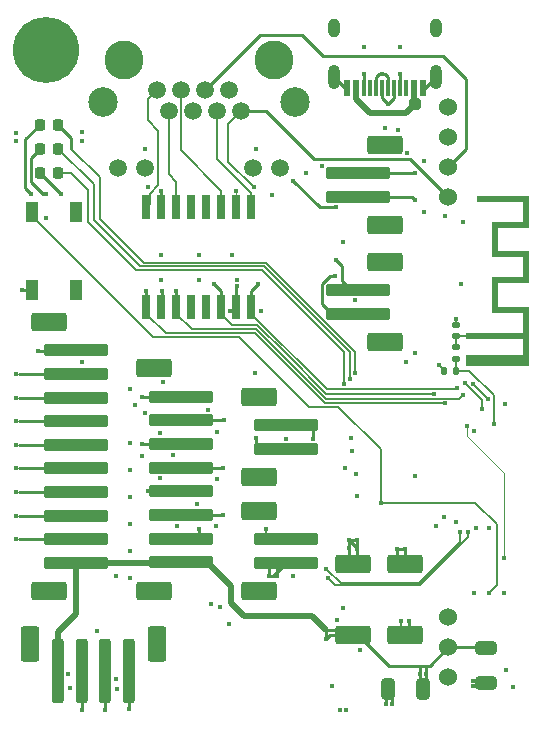
<source format=gbr>
%TF.GenerationSoftware,KiCad,Pcbnew,8.0.0*%
%TF.CreationDate,2024-03-22T12:56:57+01:00*%
%TF.ProjectId,WCH-ETH-LOW,5743482d-4554-4482-9d4c-4f572e6b6963,rev?*%
%TF.SameCoordinates,Original*%
%TF.FileFunction,Copper,L1,Top*%
%TF.FilePolarity,Positive*%
%FSLAX46Y46*%
G04 Gerber Fmt 4.6, Leading zero omitted, Abs format (unit mm)*
G04 Created by KiCad (PCBNEW 8.0.0) date 2024-03-22 12:56:57*
%MOMM*%
%LPD*%
G01*
G04 APERTURE LIST*
G04 Aperture macros list*
%AMRoundRect*
0 Rectangle with rounded corners*
0 $1 Rounding radius*
0 $2 $3 $4 $5 $6 $7 $8 $9 X,Y pos of 4 corners*
0 Add a 4 corners polygon primitive as box body*
4,1,4,$2,$3,$4,$5,$6,$7,$8,$9,$2,$3,0*
0 Add four circle primitives for the rounded corners*
1,1,$1+$1,$2,$3*
1,1,$1+$1,$4,$5*
1,1,$1+$1,$6,$7*
1,1,$1+$1,$8,$9*
0 Add four rect primitives between the rounded corners*
20,1,$1+$1,$2,$3,$4,$5,0*
20,1,$1+$1,$4,$5,$6,$7,0*
20,1,$1+$1,$6,$7,$8,$9,0*
20,1,$1+$1,$8,$9,$2,$3,0*%
G04 Aperture macros list end*
%TA.AperFunction,EtchedComponent*%
%ADD10C,0.000000*%
%TD*%
%TA.AperFunction,SMDPad,CuDef*%
%ADD11RoundRect,0.250000X2.500000X-0.250000X2.500000X0.250000X-2.500000X0.250000X-2.500000X-0.250000X0*%
%TD*%
%TA.AperFunction,SMDPad,CuDef*%
%ADD12RoundRect,0.250000X1.250000X-0.550000X1.250000X0.550000X-1.250000X0.550000X-1.250000X-0.550000X0*%
%TD*%
%TA.AperFunction,SMDPad,CuDef*%
%ADD13RoundRect,0.250000X-2.500000X0.250000X-2.500000X-0.250000X2.500000X-0.250000X2.500000X0.250000X0*%
%TD*%
%TA.AperFunction,SMDPad,CuDef*%
%ADD14RoundRect,0.250000X-1.250000X0.550000X-1.250000X-0.550000X1.250000X-0.550000X1.250000X0.550000X0*%
%TD*%
%TA.AperFunction,SMDPad,CuDef*%
%ADD15RoundRect,0.218750X0.218750X0.256250X-0.218750X0.256250X-0.218750X-0.256250X0.218750X-0.256250X0*%
%TD*%
%TA.AperFunction,SMDPad,CuDef*%
%ADD16RoundRect,0.147500X-0.172500X0.147500X-0.172500X-0.147500X0.172500X-0.147500X0.172500X0.147500X0*%
%TD*%
%TA.AperFunction,SMDPad,CuDef*%
%ADD17R,0.600000X1.450000*%
%TD*%
%TA.AperFunction,SMDPad,CuDef*%
%ADD18R,0.300000X1.450000*%
%TD*%
%TA.AperFunction,ComponentPad*%
%ADD19O,1.000000X2.100000*%
%TD*%
%TA.AperFunction,ComponentPad*%
%ADD20O,1.000000X1.600000*%
%TD*%
%TA.AperFunction,SMDPad,CuDef*%
%ADD21R,0.750000X2.000000*%
%TD*%
%TA.AperFunction,ComponentPad*%
%ADD22C,3.600000*%
%TD*%
%TA.AperFunction,ConnectorPad*%
%ADD23C,5.600000*%
%TD*%
%TA.AperFunction,SMDPad,CuDef*%
%ADD24RoundRect,0.250000X-0.650000X0.325000X-0.650000X-0.325000X0.650000X-0.325000X0.650000X0.325000X0*%
%TD*%
%TA.AperFunction,SMDPad,CuDef*%
%ADD25RoundRect,0.250000X-1.250000X-0.550000X1.250000X-0.550000X1.250000X0.550000X-1.250000X0.550000X0*%
%TD*%
%TA.AperFunction,SMDPad,CuDef*%
%ADD26RoundRect,0.140000X0.170000X-0.140000X0.170000X0.140000X-0.170000X0.140000X-0.170000X-0.140000X0*%
%TD*%
%TA.AperFunction,ConnectorPad*%
%ADD27R,0.500000X0.500000*%
%TD*%
%TA.AperFunction,ComponentPad*%
%ADD28R,0.500000X0.900000*%
%TD*%
%TA.AperFunction,SMDPad,CuDef*%
%ADD29RoundRect,0.140000X0.140000X0.170000X-0.140000X0.170000X-0.140000X-0.170000X0.140000X-0.170000X0*%
%TD*%
%TA.AperFunction,ComponentPad*%
%ADD30C,2.500000*%
%TD*%
%TA.AperFunction,ComponentPad*%
%ADD31C,1.520000*%
%TD*%
%TA.AperFunction,ComponentPad*%
%ADD32C,3.300000*%
%TD*%
%TA.AperFunction,ComponentPad*%
%ADD33C,1.524000*%
%TD*%
%TA.AperFunction,SMDPad,CuDef*%
%ADD34RoundRect,0.250000X0.325000X0.650000X-0.325000X0.650000X-0.325000X-0.650000X0.325000X-0.650000X0*%
%TD*%
%TA.AperFunction,SMDPad,CuDef*%
%ADD35R,1.000000X1.700000*%
%TD*%
%TA.AperFunction,SMDPad,CuDef*%
%ADD36RoundRect,0.250000X-0.250000X-2.500000X0.250000X-2.500000X0.250000X2.500000X-0.250000X2.500000X0*%
%TD*%
%TA.AperFunction,SMDPad,CuDef*%
%ADD37RoundRect,0.250000X-0.550000X-1.250000X0.550000X-1.250000X0.550000X1.250000X-0.550000X1.250000X0*%
%TD*%
%TA.AperFunction,ViaPad*%
%ADD38C,0.450000*%
%TD*%
%TA.AperFunction,Conductor*%
%ADD39C,0.500000*%
%TD*%
%TA.AperFunction,Conductor*%
%ADD40C,0.127000*%
%TD*%
%TA.AperFunction,Conductor*%
%ADD41C,0.250000*%
%TD*%
%TA.AperFunction,Conductor*%
%ADD42C,0.254000*%
%TD*%
%TA.AperFunction,Conductor*%
%ADD43C,0.090000*%
%TD*%
%TA.AperFunction,Conductor*%
%ADD44C,0.508000*%
%TD*%
G04 APERTURE END LIST*
D10*
%TA.AperFunction,EtchedComponent*%
%TO.C,AE1*%
G36*
X117885000Y-90480000D02*
G01*
X115245000Y-90480000D01*
X115245000Y-92480000D01*
X117885000Y-92480000D01*
X117885000Y-95180000D01*
X115245000Y-95180000D01*
X115245000Y-97180000D01*
X117885000Y-97180000D01*
X117885000Y-102180000D01*
X112728215Y-102180000D01*
X112485000Y-102180000D01*
X112485000Y-101755156D01*
X112588957Y-101755156D01*
X112601065Y-101797819D01*
X112605419Y-101805731D01*
X112638203Y-101843674D01*
X112680605Y-101867742D01*
X112728215Y-101877583D01*
X112776622Y-101872847D01*
X112821416Y-101853185D01*
X112858186Y-101818245D01*
X112875092Y-101785353D01*
X112882982Y-101737267D01*
X112876408Y-101687682D01*
X112856313Y-101642372D01*
X112823643Y-101607112D01*
X112791417Y-101590218D01*
X112743158Y-101581778D01*
X112693632Y-101588309D01*
X112648447Y-101608868D01*
X112613213Y-101642511D01*
X112602600Y-101661122D01*
X112589700Y-101706637D01*
X112588957Y-101755156D01*
X112485000Y-101755156D01*
X112485000Y-101280000D01*
X117385000Y-101280000D01*
X117385000Y-99880000D01*
X112485000Y-99880000D01*
X112485000Y-99380000D01*
X117385000Y-99380000D01*
X117385000Y-97680000D01*
X114745000Y-97680000D01*
X114745000Y-94680000D01*
X117385000Y-94680000D01*
X117385000Y-92980000D01*
X114745000Y-92980000D01*
X114745000Y-89980000D01*
X117385000Y-89980000D01*
X117385000Y-88280000D01*
X113445000Y-88280000D01*
X113445000Y-87780000D01*
X117885000Y-87780000D01*
X117885000Y-90480000D01*
G37*
%TD.AperFunction*%
%TD*%
D11*
%TO.P,J2,1,Pin_1*%
%TO.N,VCC*%
X79502000Y-118872000D03*
%TO.P,J2,2,Pin_2*%
%TO.N,Net-(J2-Pin_2)*%
X79502000Y-116872000D03*
%TO.P,J2,3,Pin_3*%
%TO.N,Net-(J2-Pin_3)*%
X79502000Y-114872000D03*
%TO.P,J2,4,Pin_4*%
%TO.N,Net-(J2-Pin_4)*%
X79502000Y-112872000D03*
%TO.P,J2,5,Pin_5*%
%TO.N,Net-(J2-Pin_5)*%
X79502000Y-110872000D03*
%TO.P,J2,6,Pin_6*%
%TO.N,Net-(J2-Pin_6)*%
X79502000Y-108872000D03*
%TO.P,J2,7,Pin_7*%
%TO.N,Net-(J2-Pin_7)*%
X79502000Y-106872000D03*
%TO.P,J2,8,Pin_8*%
%TO.N,Net-(J2-Pin_8)*%
X79502000Y-104872000D03*
%TO.P,J2,9,Pin_9*%
%TO.N,Net-(J2-Pin_9)*%
X79502000Y-102872000D03*
%TO.P,J2,10,Pin_10*%
%TO.N,GND*%
X79502000Y-100872000D03*
D12*
%TO.P,J2,MP*%
%TO.N,N/C*%
X77252000Y-121272000D03*
X77252000Y-98472000D03*
%TD*%
D13*
%TO.P,J6,1,Pin_1*%
%TO.N,Net-(D11-A2)*%
X103394000Y-95774000D03*
%TO.P,J6,2,Pin_2*%
%TO.N,Net-(D12-A2)*%
X103394000Y-97774000D03*
D14*
%TO.P,J6,MP*%
%TO.N,N/C*%
X105644000Y-93374000D03*
X105644000Y-100174000D03*
%TD*%
D15*
%TO.P,D26,1,K*%
%TO.N,StatLED01*%
X78003500Y-83820000D03*
%TO.P,D26,2,A*%
%TO.N,Net-(D26-A)*%
X76428500Y-83820000D03*
%TD*%
D16*
%TO.P,L4,1,1*%
%TO.N,Net-(AE1-A)*%
X111660000Y-100595000D03*
%TO.P,L4,2,2*%
%TO.N,Ant*%
X111660000Y-101565000D03*
%TD*%
D17*
%TO.P,J10,A1,GND*%
%TO.N,GND*%
X108914000Y-78669000D03*
%TO.P,J10,A4,VBUS*%
%TO.N,Net-(D28-A)*%
X108114000Y-78669000D03*
D18*
%TO.P,J10,A5,CC1*%
%TO.N,Net-(J10-CC1)*%
X106914000Y-78669000D03*
%TO.P,J10,A6,D+*%
%TO.N,Net-(J10-D+-PadA6)*%
X105914000Y-78669000D03*
%TO.P,J10,A7,D-*%
%TO.N,Net-(J10-D--PadA7)*%
X105414000Y-78669000D03*
%TO.P,J10,A8,SBU1*%
%TO.N,unconnected-(J10-SBU1-PadA8)*%
X104414000Y-78669000D03*
D17*
%TO.P,J10,A9,VBUS*%
%TO.N,Net-(D28-A)*%
X103214000Y-78669000D03*
%TO.P,J10,A12,GND*%
%TO.N,GND*%
X102414000Y-78669000D03*
%TO.P,J10,B1,GND*%
X102414000Y-78669000D03*
%TO.P,J10,B4,VBUS*%
%TO.N,Net-(D28-A)*%
X103214000Y-78669000D03*
D18*
%TO.P,J10,B5,CC2*%
%TO.N,Net-(J10-CC2)*%
X103914000Y-78669000D03*
%TO.P,J10,B6,D+*%
%TO.N,Net-(J10-D+-PadA6)*%
X104914000Y-78669000D03*
%TO.P,J10,B7,D-*%
%TO.N,Net-(J10-D--PadA7)*%
X106414000Y-78669000D03*
%TO.P,J10,B8,SBU2*%
%TO.N,unconnected-(J10-SBU2-PadB8)*%
X107414000Y-78669000D03*
D17*
%TO.P,J10,B9,VBUS*%
%TO.N,Net-(D28-A)*%
X108114000Y-78669000D03*
%TO.P,J10,B12,GND*%
%TO.N,GND*%
X108914000Y-78669000D03*
D19*
%TO.P,J10,S1,SHIELD*%
X109984000Y-77754000D03*
D20*
X109984000Y-73574000D03*
D19*
X101344000Y-77754000D03*
D20*
X101344000Y-73574000D03*
%TD*%
D21*
%TO.P,L2,1,TD+*%
%TO.N,ETH_TXP*%
X85471000Y-97164000D03*
%TO.P,L2,2,TCT*%
%TO.N,+3.3V*%
X86741000Y-97164000D03*
%TO.P,L2,3,TD-*%
%TO.N,ETH_TXN*%
X88011000Y-97164000D03*
%TO.P,L2,4*%
%TO.N,N/C*%
X89281000Y-97164000D03*
%TO.P,L2,5*%
X90551000Y-97164000D03*
%TO.P,L2,6,RD+*%
%TO.N,ETH_RXP*%
X91821000Y-97164000D03*
%TO.P,L2,7,RCT*%
%TO.N,+3.3V*%
X93091000Y-97164000D03*
%TO.P,L2,8,RD-*%
%TO.N,ETH_RXN*%
X94361000Y-97164000D03*
%TO.P,L2,9,RX-*%
%TO.N,Net-(L2-RX-)*%
X94361000Y-88764000D03*
%TO.P,L2,10,RXCT*%
%TO.N,Net-(L2-RXCT)*%
X93091000Y-88764000D03*
%TO.P,L2,11,RX+*%
%TO.N,Net-(L2-RX+)*%
X91821000Y-88764000D03*
%TO.P,L2,12*%
%TO.N,N/C*%
X90551000Y-88764000D03*
%TO.P,L2,13*%
X89281000Y-88764000D03*
%TO.P,L2,14,TX-*%
%TO.N,Net-(L2-TX-)*%
X88011000Y-88764000D03*
%TO.P,L2,15,TXCT*%
%TO.N,Net-(L2-TXCT)*%
X86741000Y-88764000D03*
%TO.P,L2,16,TX+*%
%TO.N,Net-(L2-TX+)*%
X85471000Y-88764000D03*
%TD*%
D15*
%TO.P,D19,1,K*%
%TO.N,StatLED00*%
X78003500Y-85852000D03*
%TO.P,D19,2,A*%
%TO.N,Net-(D19-A)*%
X76428500Y-85852000D03*
%TD*%
D11*
%TO.P,J7,1,Pin_1*%
%TO.N,VCC*%
X88392000Y-118808000D03*
%TO.P,J7,2,Pin_2*%
%TO.N,+3.3V*%
X88392000Y-116808000D03*
%TO.P,J7,3,Pin_3*%
%TO.N,Net-(D20-A2)*%
X88392000Y-114808000D03*
%TO.P,J7,4,Pin_4*%
%TO.N,Net-(D21-A2)*%
X88392000Y-112808000D03*
%TO.P,J7,5,Pin_5*%
%TO.N,Net-(D22-A2)*%
X88392000Y-110808000D03*
%TO.P,J7,6,Pin_6*%
%TO.N,Net-(D23-A2)*%
X88392000Y-108808000D03*
%TO.P,J7,7,Pin_7*%
%TO.N,Net-(D24-A2)*%
X88392000Y-106808000D03*
%TO.P,J7,8,Pin_8*%
%TO.N,Net-(D25-A2)*%
X88392000Y-104808000D03*
D12*
%TO.P,J7,MP*%
%TO.N,N/C*%
X86142000Y-121208000D03*
X86142000Y-102408000D03*
%TD*%
D22*
%TO.P,H1,1,1*%
%TO.N,Earth*%
X76962000Y-75438000D03*
D23*
X76962000Y-75438000D03*
%TD*%
D24*
%TO.P,C43,1*%
%TO.N,VCC*%
X114250000Y-126065000D03*
%TO.P,C43,2*%
%TO.N,GND*%
X114250000Y-129015000D03*
%TD*%
D25*
%TO.P,C10,1*%
%TO.N,VCC*%
X102956000Y-124968000D03*
%TO.P,C10,2*%
%TO.N,GND*%
X107356000Y-124968000D03*
%TD*%
D11*
%TO.P,J3,1,Pin_1*%
%TO.N,Net-(J3-Pin_1)*%
X97282000Y-118872000D03*
%TO.P,J3,2,Pin_2*%
%TO.N,GND*%
X97282000Y-116872000D03*
D12*
%TO.P,J3,MP*%
%TO.N,N/C*%
X95032000Y-121272000D03*
X95032000Y-114472000D03*
%TD*%
D26*
%TO.P,C42,1*%
%TO.N,Net-(AE1-A)*%
X111660000Y-99660000D03*
%TO.P,C42,2*%
%TO.N,GND*%
X111660000Y-98700000D03*
%TD*%
D27*
%TO.P,AE1,1,A*%
%TO.N,Net-(AE1-A)*%
X112735000Y-99630000D03*
D28*
%TO.P,AE1,2,Shield*%
%TO.N,GND*%
X112735000Y-101730000D03*
%TD*%
D15*
%TO.P,D27,1,K*%
%TO.N,StatLED02*%
X78003500Y-81788000D03*
%TO.P,D27,2,A*%
%TO.N,Net-(D27-A)*%
X76428500Y-81788000D03*
%TD*%
D29*
%TO.P,C45,1*%
%TO.N,Ant*%
X111640000Y-102580000D03*
%TO.P,C45,2*%
%TO.N,GND*%
X110680000Y-102580000D03*
%TD*%
D30*
%TO.P,RJ1,14,S*%
%TO.N,Earth*%
X98046000Y-79835000D03*
%TO.P,RJ1,13,S*%
X81786000Y-79835000D03*
D31*
%TO.P,RJ1,12,R-*%
%TO.N,Net-(RJ1-R-)*%
X83056000Y-85405000D03*
%TO.P,RJ1,11,R+*%
%TO.N,EthStatLEDR*%
X85346000Y-85405000D03*
%TO.P,RJ1,10,L-*%
%TO.N,EthStatLEDL*%
X94486000Y-85405000D03*
%TO.P,RJ1,9,L+*%
%TO.N,Net-(RJ1-L+)*%
X96776000Y-85405000D03*
%TO.P,RJ1,8,8*%
%TO.N,Net-(C37-Pad1)*%
X93486000Y-80595000D03*
%TO.P,RJ1,7,7*%
X92466000Y-78805000D03*
%TO.P,RJ1,6,6*%
%TO.N,Net-(L2-RX-)*%
X91446000Y-80595000D03*
%TO.P,RJ1,5,5*%
%TO.N,Net-(C36-Pad1)*%
X90426000Y-78805000D03*
%TO.P,RJ1,4,4*%
X89406000Y-80595000D03*
%TO.P,RJ1,3,3*%
%TO.N,Net-(L2-RX+)*%
X88386000Y-78805000D03*
%TO.P,RJ1,2,2*%
%TO.N,Net-(L2-TX-)*%
X87366000Y-80595000D03*
%TO.P,RJ1,1,1*%
%TO.N,Net-(L2-TX+)*%
X86346000Y-78805000D03*
D32*
%TO.P,RJ1,*%
%TO.N,*%
X96266000Y-76265000D03*
X83566000Y-76265000D03*
%TD*%
D25*
%TO.P,C13,1*%
%TO.N,+3.3V*%
X102930000Y-118970000D03*
%TO.P,C13,2*%
%TO.N,GND*%
X107330000Y-118970000D03*
%TD*%
D33*
%TO.P,U6,1,B1*%
%TO.N,Net-(L2-RXCT)*%
X110998000Y-80264000D03*
%TO.P,U6,2,B1*%
%TO.N,Net-(L2-TXCT)*%
X110998000Y-82804000D03*
%TO.P,U6,3,B2*%
%TO.N,Net-(C36-Pad1)*%
X110998000Y-85344000D03*
%TO.P,U6,4,B2*%
%TO.N,Net-(C37-Pad1)*%
X110998000Y-87884000D03*
%TO.P,U6,5,V-*%
%TO.N,GND*%
X110998000Y-123484000D03*
%TO.P,U6,6,V+*%
%TO.N,VCC*%
X110998000Y-126024000D03*
%TO.P,U6,7,Adj*%
%TO.N,unconnected-(U6-Adj-Pad7)*%
X110998000Y-128564000D03*
%TD*%
D13*
%TO.P,J4,1,Pin_1*%
%TO.N,Net-(D7-A2)*%
X103394000Y-85868000D03*
%TO.P,J4,2,Pin_2*%
%TO.N,Net-(D9-A2)*%
X103394000Y-87868000D03*
D14*
%TO.P,J4,MP*%
%TO.N,N/C*%
X105644000Y-83468000D03*
X105644000Y-90268000D03*
%TD*%
D11*
%TO.P,J5,1,Pin_1*%
%TO.N,Net-(D8-A2)*%
X97282000Y-109220000D03*
%TO.P,J5,2,Pin_2*%
%TO.N,Net-(D10-A2)*%
X97282000Y-107220000D03*
D12*
%TO.P,J5,MP*%
%TO.N,N/C*%
X95032000Y-111620000D03*
X95032000Y-104820000D03*
%TD*%
D34*
%TO.P,C44,1*%
%TO.N,VCC*%
X108875000Y-129530000D03*
%TO.P,C44,2*%
%TO.N,GND*%
X105925000Y-129530000D03*
%TD*%
D35*
%TO.P,SW1,1,1*%
%TO.N,GND*%
X75802000Y-95754000D03*
%TO.P,SW1,2,2*%
%TO.N,NRST*%
X75802000Y-89154000D03*
%TO.P,SW1,3*%
%TO.N,N/C*%
X79502000Y-95754000D03*
%TO.P,SW1,4*%
X79502000Y-89154000D03*
%TD*%
D36*
%TO.P,J1,1,Pin_1*%
%TO.N,VCC*%
X77978000Y-128016000D03*
%TO.P,J1,2,Pin_2*%
%TO.N,Net-(D1-A2)*%
X79978000Y-128016000D03*
%TO.P,J1,3,Pin_3*%
%TO.N,Net-(D2-A2)*%
X81978000Y-128016000D03*
%TO.P,J1,4,Pin_4*%
%TO.N,GND*%
X83978000Y-128016000D03*
D37*
%TO.P,J1,MP*%
%TO.N,N/C*%
X75578000Y-125766000D03*
X86378000Y-125766000D03*
%TD*%
D38*
%TO.N,GND*%
X84070000Y-110970000D03*
X84070000Y-108690000D03*
X84070000Y-115580000D03*
X95620000Y-116010000D03*
X97300000Y-108345500D03*
X80000000Y-83120000D03*
X102310000Y-110855000D03*
X91720000Y-122590000D03*
X74930000Y-95758000D03*
X102360000Y-131310000D03*
X105730000Y-130790000D03*
X90965000Y-122325000D03*
X110000000Y-115720000D03*
X112280000Y-90030000D03*
X91460000Y-111790000D03*
X99000000Y-85850000D03*
X103570000Y-126280000D03*
X84090000Y-120150000D03*
X79020000Y-129470000D03*
X102070000Y-91730000D03*
X80000000Y-82420000D03*
X108960000Y-89190000D03*
X89710000Y-113870000D03*
X82852500Y-128740000D03*
X107495176Y-84187081D03*
X84070000Y-113270000D03*
X86620000Y-111690000D03*
X90691500Y-105933500D03*
X110236000Y-102108000D03*
X103150000Y-96648500D03*
X74390000Y-82460000D03*
X113090000Y-128890000D03*
X74390000Y-83130000D03*
X97896000Y-119964000D03*
X82960000Y-129520000D03*
X113160000Y-107680000D03*
X113410000Y-115905000D03*
X84090000Y-104110000D03*
X87750000Y-109760000D03*
X82850000Y-120010000D03*
X102760000Y-108255000D03*
X108960000Y-84874500D03*
X76252500Y-100890000D03*
X108210000Y-111505000D03*
X91370000Y-115770000D03*
X88060000Y-115770000D03*
X85381240Y-106198660D03*
X95148400Y-97540000D03*
X86630000Y-107890000D03*
X85100000Y-109820000D03*
X80010000Y-101860000D03*
X83960000Y-131210000D03*
X106760000Y-82255000D03*
X113090000Y-129300000D03*
X116467500Y-129380000D03*
X106660000Y-117690000D03*
X86730000Y-92780000D03*
X86860000Y-103582500D03*
X84070000Y-117850000D03*
X113195000Y-121405000D03*
X106934000Y-75184000D03*
X103886000Y-75184000D03*
X115860000Y-105380000D03*
X91430000Y-107760000D03*
X96110000Y-87690000D03*
X107670000Y-123790000D03*
X103260000Y-113230000D03*
X84500000Y-105530000D03*
X94680000Y-102770000D03*
X101870000Y-131310000D03*
X101580114Y-123701856D03*
X106220000Y-130790000D03*
X111658400Y-98221800D03*
X78860000Y-128270000D03*
X108190000Y-101060000D03*
X89910000Y-92760000D03*
X107010000Y-123780000D03*
X81250000Y-124670000D03*
X112060000Y-95240000D03*
X92670000Y-92830000D03*
X107370000Y-117700000D03*
%TO.N,+3.3V*%
X102910000Y-109355000D03*
X92490000Y-124080000D03*
X89910000Y-94880000D03*
X86750000Y-95840000D03*
X93100000Y-95440000D03*
X114460000Y-115880000D03*
X94730000Y-83810000D03*
X105664000Y-82042000D03*
X76962000Y-89662000D03*
X115735000Y-121405000D03*
X93120000Y-94880000D03*
X107410000Y-101870000D03*
X92570502Y-97500000D03*
X102590000Y-116940000D03*
X110653196Y-114981031D03*
X110780000Y-89500000D03*
X115927500Y-127950000D03*
X89900000Y-116000000D03*
X86730000Y-94880000D03*
X103260000Y-117660000D03*
X103260000Y-116950000D03*
X102590000Y-117640000D03*
X111635000Y-115390000D03*
X85370000Y-83820000D03*
X100361648Y-85291500D03*
X103235000Y-111380000D03*
%TO.N,Net-(D1-A2)*%
X79978000Y-131318000D03*
%TO.N,Net-(D2-A2)*%
X81978000Y-131318000D03*
%TO.N,NRST*%
X105285000Y-113755000D03*
X114460000Y-121405000D03*
%TO.N,Net-(L2-RXCT)*%
X93091000Y-87376000D03*
%TO.N,Net-(L2-TXCT)*%
X86741000Y-87376000D03*
%TO.N,Net-(C36-Pad1)*%
X85585000Y-87005000D03*
%TO.N,Net-(C37-Pad1)*%
X94535000Y-87080000D03*
%TO.N,StatLED00*%
X102235000Y-103708200D03*
%TO.N,Net-(D19-A)*%
X78232000Y-87630000D03*
%TO.N,StatLED01*%
X102685000Y-103301800D03*
%TO.N,Net-(D26-A)*%
X76962000Y-87630000D03*
%TO.N,StatLED02*%
X103147438Y-102819200D03*
%TO.N,Net-(D27-A)*%
X75692000Y-87630000D03*
%TO.N,Net-(IC1-FB)*%
X101160000Y-129310000D03*
X102110000Y-122680000D03*
%TO.N,ETH_RXP*%
X109804200Y-104546400D03*
X91210000Y-95250000D03*
%TO.N,ETH_RXN*%
X111725739Y-104020739D03*
X94930000Y-95250000D03*
%TO.N,ETH_TXP*%
X110760000Y-105355000D03*
X85470000Y-95840000D03*
%TO.N,ETH_TXN*%
X88010000Y-95840000D03*
X112266424Y-104611424D03*
%TO.N,CAN0_RX*%
X100810000Y-120130000D03*
X112710000Y-116255000D03*
%TO.N,CAN0_TX*%
X100710000Y-119355000D03*
X111985000Y-116255000D03*
%TO.N,SWD*%
X115760000Y-118480000D03*
X112635000Y-107255000D03*
%TO.N,Ant*%
X114858800Y-107137200D03*
%TO.N,VCC*%
X109110000Y-128290000D03*
X100670000Y-125300000D03*
X100670000Y-124550000D03*
X108650000Y-128290000D03*
%TO.N,Net-(J2-Pin_2)*%
X74422000Y-116872000D03*
%TO.N,Net-(J2-Pin_3)*%
X74422000Y-114872000D03*
%TO.N,Net-(J2-Pin_4)*%
X74422000Y-112872000D03*
%TO.N,Net-(J2-Pin_5)*%
X74422000Y-110872000D03*
%TO.N,Net-(J2-Pin_6)*%
X74422000Y-108872000D03*
%TO.N,Net-(J2-Pin_7)*%
X74422000Y-106872000D03*
%TO.N,Net-(J2-Pin_8)*%
X74422000Y-104902000D03*
%TO.N,Net-(J2-Pin_9)*%
X74422000Y-102870000D03*
%TO.N,Net-(D7-A2)*%
X108210000Y-85860000D03*
%TO.N,Net-(D9-A2)*%
X108230000Y-88150000D03*
%TO.N,Net-(D8-A2)*%
X94710000Y-108280000D03*
%TO.N,Net-(D10-A2)*%
X99610000Y-108345500D03*
%TO.N,Net-(D11-A2)*%
X101530000Y-93210000D03*
%TO.N,Net-(D12-A2)*%
X101470000Y-94600000D03*
%TO.N,Net-(D20-A2)*%
X91920000Y-114800000D03*
%TO.N,Net-(D21-A2)*%
X85578000Y-112808000D03*
%TO.N,Net-(D22-A2)*%
X91950000Y-110808000D03*
%TO.N,Net-(D23-A2)*%
X85090000Y-108808000D03*
%TO.N,Net-(D24-A2)*%
X92010000Y-106800000D03*
%TO.N,Net-(D25-A2)*%
X85090000Y-104808000D03*
%TO.N,RS485_00_A*%
X101550000Y-88742500D03*
X97917000Y-86510000D03*
%TO.N,Net-(D28-A)*%
X107950000Y-80264000D03*
X107950000Y-79756000D03*
X108458000Y-79756000D03*
X108458000Y-80264000D03*
%TO.N,Net-(J10-CC1)*%
X106914000Y-77470000D03*
%TO.N,Net-(J10-D+-PadA6)*%
X105410000Y-77470000D03*
%TO.N,Net-(J10-D--PadA7)*%
X105918000Y-80010000D03*
%TO.N,Net-(J10-CC2)*%
X103914000Y-77470000D03*
%TO.N,USB1DN*%
X114410000Y-105030000D03*
X113135000Y-103730000D03*
%TO.N,USB1DP*%
X113860000Y-105855000D03*
X112435000Y-103655000D03*
%TO.N,Net-(J3-Pin_1)*%
X95819999Y-119960000D03*
X96510000Y-119960000D03*
%TD*%
D39*
%TO.N,Net-(D28-A)*%
X107950000Y-79756000D02*
X107950000Y-80264000D01*
X108458000Y-80264000D02*
X107950000Y-80264000D01*
X108458000Y-79756000D02*
X108458000Y-80264000D01*
X107950000Y-79756000D02*
X108458000Y-79756000D01*
D40*
%TO.N,GND*%
X110236000Y-102108000D02*
X110236000Y-102136000D01*
X110236000Y-102136000D02*
X110680000Y-102580000D01*
%TO.N,ETH_TXN*%
X111925048Y-104952800D02*
X112266424Y-104611424D01*
X100632800Y-104952800D02*
X111925048Y-104952800D01*
X94760000Y-99080000D02*
X100632800Y-104952800D01*
X88011000Y-97781000D02*
X89310000Y-99080000D01*
X89310000Y-99080000D02*
X94760000Y-99080000D01*
X88011000Y-97164000D02*
X88011000Y-97781000D01*
D41*
%TO.N,GND*%
X106220000Y-130790000D02*
X106220000Y-129825000D01*
X113965000Y-129300000D02*
X114250000Y-129015000D01*
X113090000Y-129300000D02*
X113965000Y-129300000D01*
X106660000Y-118176000D02*
X107356000Y-118872000D01*
D42*
X76252500Y-100890000D02*
X79484000Y-100890000D01*
X109069000Y-78669000D02*
X109984000Y-77754000D01*
D41*
X107670000Y-124654000D02*
X107356000Y-124968000D01*
X114125000Y-128890000D02*
X114250000Y-129015000D01*
X83978000Y-131192000D02*
X83978000Y-128016000D01*
X107370000Y-117700000D02*
X107370000Y-118858000D01*
D40*
X111658400Y-98698400D02*
X111660000Y-98700000D01*
D41*
X106660000Y-117690000D02*
X106660000Y-118176000D01*
D40*
X111658400Y-98221800D02*
X111658400Y-98698400D01*
D42*
X102414000Y-78669000D02*
X102259000Y-78669000D01*
X74930000Y-95758000D02*
X75798000Y-95758000D01*
X79484000Y-100890000D02*
X79502000Y-100872000D01*
D41*
X106660000Y-117690000D02*
X107360000Y-117690000D01*
D42*
X75798000Y-95758000D02*
X75802000Y-95754000D01*
D41*
X105730000Y-129725000D02*
X105925000Y-129530000D01*
X105730000Y-130790000D02*
X105730000Y-129725000D01*
X107370000Y-118858000D02*
X107356000Y-118872000D01*
X107670000Y-123790000D02*
X107670000Y-124654000D01*
X83960000Y-131210000D02*
X83978000Y-131192000D01*
X106220000Y-129825000D02*
X105925000Y-129530000D01*
D40*
X95620000Y-116010000D02*
X95620000Y-116920000D01*
D41*
X113090000Y-128890000D02*
X114125000Y-128890000D01*
X107360000Y-117690000D02*
X107370000Y-117700000D01*
D42*
X102259000Y-78669000D02*
X101344000Y-77754000D01*
D40*
X107010000Y-123780000D02*
X107010000Y-124622000D01*
X107010000Y-124622000D02*
X107356000Y-124968000D01*
D42*
X108914000Y-78669000D02*
X109069000Y-78669000D01*
D41*
%TO.N,+3.3V*%
X102590000Y-116940000D02*
X103250000Y-116940000D01*
X102590000Y-116940000D02*
X102590000Y-117640000D01*
X103260000Y-117610000D02*
X102590000Y-116940000D01*
X89900000Y-116000000D02*
X89900000Y-116900000D01*
X103260000Y-116950000D02*
X103260000Y-117660000D01*
X103260000Y-117660000D02*
X103260000Y-118568000D01*
D42*
X93091000Y-95449000D02*
X93091000Y-97164000D01*
D41*
X89900000Y-116900000D02*
X89850000Y-116950000D01*
D42*
X86750000Y-95840000D02*
X86750000Y-97155000D01*
D41*
X102590000Y-117640000D02*
X102590000Y-118506000D01*
X103260000Y-117660000D02*
X103260000Y-117610000D01*
X103250000Y-116940000D02*
X103260000Y-116950000D01*
X103260000Y-118568000D02*
X102956000Y-118872000D01*
D42*
X93100000Y-95440000D02*
X93091000Y-95449000D01*
D41*
X102590000Y-118506000D02*
X102956000Y-118872000D01*
D42*
X86750000Y-97155000D02*
X86741000Y-97164000D01*
D41*
%TO.N,Net-(D1-A2)*%
X79978000Y-131318000D02*
X79978000Y-128016000D01*
%TO.N,Net-(D2-A2)*%
X81978000Y-131318000D02*
X81978000Y-128016000D01*
D40*
%TO.N,NRST*%
X93285000Y-99730000D02*
X99210000Y-105655000D01*
X115110000Y-120755000D02*
X114460000Y-121405000D01*
D42*
X75802000Y-89504000D02*
X75802000Y-89154000D01*
D40*
X115110000Y-115605000D02*
X115110000Y-120755000D01*
X75802000Y-89504000D02*
X86028000Y-99730000D01*
X105285000Y-113755000D02*
X113260000Y-113755000D01*
X113260000Y-113755000D02*
X115110000Y-115605000D01*
X105285000Y-109230000D02*
X105285000Y-113755000D01*
X99210000Y-105655000D02*
X101710000Y-105655000D01*
X101710000Y-105655000D02*
X105285000Y-109230000D01*
X86028000Y-99730000D02*
X93285000Y-99730000D01*
D43*
%TO.N,Net-(L2-RXCT)*%
X93091000Y-87376000D02*
X93091000Y-88764000D01*
D42*
%TO.N,Net-(L2-TXCT)*%
X86741000Y-87376000D02*
X86741000Y-88764000D01*
D41*
%TO.N,Net-(C36-Pad1)*%
X98635000Y-74180000D02*
X100410000Y-75955000D01*
X90426000Y-78805000D02*
X95051000Y-74180000D01*
X112535000Y-83807000D02*
X110998000Y-85344000D01*
X110610000Y-75955000D02*
X112535000Y-77880000D01*
X112535000Y-77880000D02*
X112535000Y-83807000D01*
X95051000Y-74180000D02*
X98635000Y-74180000D01*
X100410000Y-75955000D02*
X110610000Y-75955000D01*
%TO.N,Net-(C37-Pad1)*%
X107819000Y-84705000D02*
X110998000Y-87884000D01*
X99685000Y-84705000D02*
X107819000Y-84705000D01*
X93486000Y-80595000D02*
X95575000Y-80595000D01*
X95575000Y-80595000D02*
X99685000Y-84705000D01*
D40*
X92360000Y-81721000D02*
X92360000Y-84905000D01*
X92360000Y-84905000D02*
X94535000Y-87080000D01*
X93486000Y-80595000D02*
X92360000Y-81721000D01*
%TO.N,StatLED00*%
X80560000Y-90034104D02*
X80560000Y-87320000D01*
X102235000Y-101036656D02*
X95291344Y-94093000D01*
X80560000Y-87320000D02*
X79092000Y-85852000D01*
X84618896Y-94093000D02*
X80560000Y-90034104D01*
X79092000Y-85852000D02*
X78003500Y-85852000D01*
X102235000Y-103708200D02*
X102235000Y-101036656D01*
X95291344Y-94093000D02*
X84618896Y-94093000D01*
D42*
%TO.N,Net-(D19-A)*%
X78206500Y-87630000D02*
X76428500Y-85852000D01*
X78232000Y-87630000D02*
X78206500Y-87630000D01*
D40*
%TO.N,StatLED01*%
X102685000Y-103301800D02*
X102685000Y-101024208D01*
X81014000Y-86830500D02*
X78003500Y-83820000D01*
X81014000Y-89846052D02*
X81014000Y-86830500D01*
X84933948Y-93766000D02*
X81014000Y-89846052D01*
X102685000Y-101024208D02*
X95426792Y-93766000D01*
X95426792Y-93766000D02*
X84933948Y-93766000D01*
D42*
%TO.N,Net-(D26-A)*%
X75664000Y-84584500D02*
X76428500Y-83820000D01*
X76962000Y-87630000D02*
X76708000Y-87630000D01*
X75664000Y-86586000D02*
X75664000Y-84584500D01*
X76708000Y-87630000D02*
X75664000Y-86586000D01*
%TO.N,StatLED02*%
X78003500Y-81788000D02*
X79080000Y-82864500D01*
D40*
X103147438Y-102819200D02*
X103147438Y-101024198D01*
D42*
X79080000Y-82864500D02*
X79080000Y-83790000D01*
D40*
X103147438Y-101024198D02*
X95562240Y-93439000D01*
X95562240Y-93439000D02*
X85249000Y-93439000D01*
X81520000Y-89710000D02*
X81520000Y-86230000D01*
X85249000Y-93439000D02*
X81520000Y-89710000D01*
X81520000Y-86230000D02*
X79080000Y-83790000D01*
D42*
%TO.N,Net-(D27-A)*%
X75210000Y-87148000D02*
X75210000Y-83006500D01*
X75210000Y-83006500D02*
X76428500Y-81788000D01*
X75692000Y-87630000D02*
X75210000Y-87148000D01*
%TO.N,ETH_RXP*%
X91821000Y-95861000D02*
X91821000Y-97164000D01*
D40*
X100709352Y-104571800D02*
X100601276Y-104463724D01*
X109778800Y-104571800D02*
X100709352Y-104571800D01*
X109804200Y-104546400D02*
X109778800Y-104571800D01*
X91821000Y-97801000D02*
X92750000Y-98730000D01*
X97259552Y-101122000D02*
X100601276Y-104463724D01*
D42*
X91210000Y-95250000D02*
X91821000Y-95861000D01*
D40*
X92750000Y-98730000D02*
X94867552Y-98730000D01*
X94867552Y-98730000D02*
X97259552Y-101122000D01*
X91821000Y-97164000D02*
X91821000Y-97801000D01*
%TO.N,ETH_RXN*%
X111631878Y-104114600D02*
X100714600Y-104114600D01*
X100714600Y-104114600D02*
X94361000Y-97761000D01*
D42*
X94930000Y-95250000D02*
X94361000Y-95819000D01*
D40*
X94361000Y-97761000D02*
X94361000Y-97164000D01*
D42*
X94361000Y-95819000D02*
X94361000Y-97164000D01*
D40*
X111725739Y-104020739D02*
X111631878Y-104114600D01*
%TO.N,ETH_TXP*%
X85471000Y-97771000D02*
X87107000Y-99407000D01*
D42*
X85471000Y-95841000D02*
X85470000Y-95840000D01*
D40*
X85471000Y-97164000D02*
X85471000Y-97771000D01*
X87107000Y-99407000D02*
X94619656Y-99407000D01*
X100567656Y-105355000D02*
X101135000Y-105355000D01*
X101135000Y-105355000D02*
X110760000Y-105355000D01*
D42*
X85471000Y-97164000D02*
X85471000Y-95841000D01*
D40*
X94619656Y-99407000D02*
X100567656Y-105355000D01*
D42*
%TO.N,ETH_TXN*%
X88011000Y-97164000D02*
X88011000Y-95841000D01*
X88011000Y-95841000D02*
X88010000Y-95840000D01*
D40*
%TO.N,CAN0_RX*%
X112710000Y-116697000D02*
X112710000Y-116255000D01*
X100810000Y-120130000D02*
X101452000Y-120772000D01*
X108635000Y-120772000D02*
X112710000Y-116697000D01*
X101452000Y-120772000D02*
X108635000Y-120772000D01*
%TO.N,CAN0_TX*%
X111985000Y-117080000D02*
X111985000Y-116255000D01*
X101910000Y-120555000D02*
X108510000Y-120555000D01*
X108510000Y-120555000D02*
X111985000Y-117080000D01*
X100710000Y-119355000D02*
X101910000Y-120555000D01*
D43*
%TO.N,SWD*%
X112635000Y-107255000D02*
X112635000Y-108155000D01*
X112635000Y-108155000D02*
X115760000Y-111280000D01*
X115760000Y-111280000D02*
X115760000Y-118480000D01*
D40*
%TO.N,Ant*%
X114858800Y-104622600D02*
X114858800Y-107137200D01*
X111660000Y-101565000D02*
X111660000Y-102560000D01*
X111640000Y-102580000D02*
X112816200Y-102580000D01*
X111660000Y-102560000D02*
X111640000Y-102580000D01*
X112816200Y-102580000D02*
X114858800Y-104622600D01*
D41*
%TO.N,VCC*%
X100670000Y-124550000D02*
X100670000Y-125300000D01*
X109110000Y-128290000D02*
X109110000Y-129295000D01*
D44*
X84560000Y-118872000D02*
X85620000Y-118872000D01*
X85620000Y-118872000D02*
X89252000Y-118872000D01*
D41*
X108620000Y-127560000D02*
X105990000Y-127560000D01*
D44*
X92665000Y-120825000D02*
X92665000Y-122285000D01*
D41*
X101002000Y-124968000D02*
X100670000Y-125300000D01*
D44*
X90712000Y-118872000D02*
X92665000Y-120825000D01*
D41*
X108650000Y-128290000D02*
X108650000Y-129305000D01*
D44*
X88328000Y-118872000D02*
X88392000Y-118808000D01*
D41*
X108650000Y-129305000D02*
X108875000Y-129530000D01*
X110998000Y-126024000D02*
X109462000Y-127560000D01*
X102538000Y-124550000D02*
X102956000Y-124968000D01*
X109110000Y-129295000D02*
X108875000Y-129530000D01*
X114209000Y-126024000D02*
X114250000Y-126065000D01*
X109150000Y-127560000D02*
X108620000Y-127560000D01*
X109110000Y-127600000D02*
X109150000Y-127560000D01*
D44*
X93740000Y-123360000D02*
X99480000Y-123360000D01*
D41*
X100670000Y-124550000D02*
X102538000Y-124550000D01*
X110998000Y-126024000D02*
X114209000Y-126024000D01*
D44*
X84560000Y-118872000D02*
X90712000Y-118872000D01*
D41*
X109110000Y-128290000D02*
X109110000Y-127600000D01*
D44*
X99480000Y-123360000D02*
X100670000Y-124550000D01*
D41*
X108650000Y-127590000D02*
X108620000Y-127560000D01*
X103398000Y-124968000D02*
X102956000Y-124968000D01*
D44*
X79502000Y-123188000D02*
X79502000Y-118872000D01*
D41*
X109462000Y-127560000D02*
X109150000Y-127560000D01*
D44*
X85620000Y-118872000D02*
X88328000Y-118872000D01*
X77978000Y-124712000D02*
X79502000Y-123188000D01*
D41*
X105990000Y-127560000D02*
X103398000Y-124968000D01*
X88392000Y-118808000D02*
X88645107Y-118808000D01*
D44*
X77978000Y-128016000D02*
X77978000Y-124712000D01*
D41*
X108650000Y-128290000D02*
X108650000Y-127590000D01*
D44*
X79502000Y-118872000D02*
X84560000Y-118872000D01*
X92665000Y-122285000D02*
X93740000Y-123360000D01*
D41*
X102956000Y-124968000D02*
X101002000Y-124968000D01*
%TO.N,Net-(J2-Pin_2)*%
X74676000Y-116872000D02*
X79502000Y-116872000D01*
%TO.N,Net-(J2-Pin_3)*%
X74676000Y-114872000D02*
X79502000Y-114872000D01*
%TO.N,Net-(J2-Pin_4)*%
X74676000Y-112872000D02*
X79502000Y-112872000D01*
%TO.N,Net-(J2-Pin_5)*%
X74676000Y-110872000D02*
X79502000Y-110872000D01*
%TO.N,Net-(J2-Pin_6)*%
X74676000Y-108872000D02*
X79502000Y-108872000D01*
%TO.N,Net-(J2-Pin_7)*%
X74676000Y-106872000D02*
X79502000Y-106872000D01*
%TO.N,Net-(J2-Pin_8)*%
X79472000Y-104902000D02*
X79502000Y-104872000D01*
X74676000Y-104902000D02*
X79472000Y-104902000D01*
%TO.N,Net-(J2-Pin_9)*%
X79500000Y-102870000D02*
X79502000Y-102872000D01*
X74676000Y-102870000D02*
X79500000Y-102870000D01*
D42*
%TO.N,Net-(D7-A2)*%
X108210000Y-85860000D02*
X103402000Y-85860000D01*
X103402000Y-85860000D02*
X103394000Y-85868000D01*
D41*
%TO.N,Net-(D9-A2)*%
X103394000Y-87868000D02*
X107948000Y-87868000D01*
X107948000Y-87868000D02*
X108230000Y-88150000D01*
D42*
%TO.N,Net-(D8-A2)*%
X94710000Y-108280000D02*
X94710000Y-109030000D01*
X94710000Y-109030000D02*
X94980000Y-109300000D01*
X94980000Y-109300000D02*
X95410000Y-109300000D01*
X96170000Y-109220000D02*
X97282000Y-109220000D01*
%TO.N,Net-(D10-A2)*%
X99610000Y-107240000D02*
X99570000Y-107200000D01*
X99610000Y-108345500D02*
X99610000Y-107240000D01*
%TO.N,Net-(D11-A2)*%
X101530000Y-93210000D02*
X102010000Y-93690000D01*
X102814000Y-95774000D02*
X103394000Y-95774000D01*
X103394000Y-95774000D02*
X101054000Y-95774000D01*
X102010000Y-94970000D02*
X102814000Y-95774000D01*
X102010000Y-93690000D02*
X102010000Y-94970000D01*
%TO.N,Net-(D12-A2)*%
X100317000Y-96947000D02*
X100317000Y-95283000D01*
X101000000Y-94600000D02*
X101470000Y-94600000D01*
X103394000Y-97774000D02*
X101144000Y-97774000D01*
X101144000Y-97774000D02*
X100317000Y-96947000D01*
X100317000Y-95283000D02*
X101000000Y-94600000D01*
D41*
%TO.N,Net-(D20-A2)*%
X91912000Y-114808000D02*
X88392000Y-114808000D01*
X91920000Y-114800000D02*
X91912000Y-114808000D01*
%TO.N,Net-(D21-A2)*%
X85578000Y-112808000D02*
X88392000Y-112808000D01*
%TO.N,Net-(D22-A2)*%
X91950000Y-110808000D02*
X88392000Y-110808000D01*
%TO.N,Net-(D23-A2)*%
X85090000Y-108808000D02*
X88392000Y-108808000D01*
%TO.N,Net-(D24-A2)*%
X92002000Y-106808000D02*
X88392000Y-106808000D01*
X92010000Y-106800000D02*
X92002000Y-106808000D01*
%TO.N,Net-(D25-A2)*%
X85090000Y-104808000D02*
X88392000Y-104808000D01*
D40*
%TO.N,Net-(L2-RX-)*%
X91446000Y-84666000D02*
X94361000Y-87581000D01*
X94361000Y-87581000D02*
X94361000Y-88764000D01*
X91446000Y-80595000D02*
X91446000Y-84666000D01*
%TO.N,Net-(L2-RX+)*%
X91821000Y-87341000D02*
X91821000Y-88764000D01*
X88386000Y-78805000D02*
X88386000Y-83906000D01*
X88386000Y-83906000D02*
X91821000Y-87341000D01*
%TO.N,Net-(L2-TX-)*%
X87366000Y-85961000D02*
X88011000Y-86606000D01*
X87366000Y-80595000D02*
X87366000Y-85961000D01*
X88011000Y-86606000D02*
X88011000Y-88764000D01*
%TO.N,Net-(L2-TX+)*%
X86485000Y-82280000D02*
X86485000Y-86880000D01*
X85735000Y-87630000D02*
X85735000Y-88500000D01*
X86346000Y-78805000D02*
X85585000Y-79566000D01*
X85585000Y-81380000D02*
X86485000Y-82280000D01*
X86485000Y-86880000D02*
X85735000Y-87630000D01*
X85585000Y-79566000D02*
X85585000Y-81380000D01*
X85735000Y-88500000D02*
X85471000Y-88764000D01*
D42*
%TO.N,RS485_00_A*%
X100149500Y-88742500D02*
X101550000Y-88742500D01*
X97917000Y-86510000D02*
X100149500Y-88742500D01*
D44*
%TO.N,Net-(D28-A)*%
X103214000Y-78669000D02*
X103214000Y-79592000D01*
X108114000Y-79648000D02*
X108114000Y-78669000D01*
X107435000Y-80780000D02*
X107950000Y-80265000D01*
X104402000Y-80780000D02*
X107435000Y-80780000D01*
X107950000Y-80265000D02*
X107950000Y-80264000D01*
X103214000Y-79592000D02*
X104402000Y-80780000D01*
D42*
%TO.N,Net-(J10-CC1)*%
X106914000Y-78669000D02*
X106914000Y-77470000D01*
%TO.N,Net-(J10-D+-PadA6)*%
X105664000Y-77470000D02*
X105918000Y-77724000D01*
X105410000Y-77470000D02*
X105664000Y-77470000D01*
X104914000Y-78669000D02*
X104914000Y-77712000D01*
X104914000Y-77712000D02*
X105156000Y-77470000D01*
X105156000Y-77470000D02*
X105410000Y-77470000D01*
X105918000Y-77724000D02*
X105918000Y-78665000D01*
X105918000Y-78665000D02*
X105914000Y-78669000D01*
%TO.N,Net-(J10-D--PadA7)*%
X105918000Y-80010000D02*
X105664000Y-79756000D01*
X106172000Y-79756000D02*
X105918000Y-80010000D01*
X105664000Y-79756000D02*
X105410000Y-79502000D01*
X105410000Y-79502000D02*
X105414000Y-79498000D01*
X106414000Y-78669000D02*
X106414000Y-79514000D01*
X105414000Y-79498000D02*
X105414000Y-78669000D01*
X106414000Y-79514000D02*
X106172000Y-79756000D01*
%TO.N,Net-(J10-CC2)*%
X103914000Y-78669000D02*
X103914000Y-77470000D01*
D40*
%TO.N,USB1DN*%
X113135000Y-103730000D02*
X113135000Y-103755000D01*
X113135000Y-103755000D02*
X114410000Y-105030000D01*
%TO.N,USB1DP*%
X113860000Y-105080000D02*
X112435000Y-103655000D01*
X113860000Y-105855000D02*
X113860000Y-105080000D01*
D41*
%TO.N,Net-(J3-Pin_1)*%
X95819999Y-119960000D02*
X95819999Y-118960001D01*
X95819999Y-118960001D02*
X95820000Y-118960000D01*
X96510000Y-118970000D02*
X96530000Y-118950000D01*
X96510000Y-119960000D02*
X96510000Y-118970000D01*
X97274000Y-118880000D02*
X97282000Y-118872000D01*
X96194000Y-119960000D02*
X97282000Y-118872000D01*
X95819999Y-119960000D02*
X96194000Y-119960000D01*
D40*
%TO.N,Net-(AE1-A)*%
X111660000Y-99660000D02*
X112705000Y-99660000D01*
X112705000Y-99660000D02*
X112735000Y-99630000D01*
X111660000Y-99660000D02*
X111660000Y-100595000D01*
%TD*%
M02*

</source>
